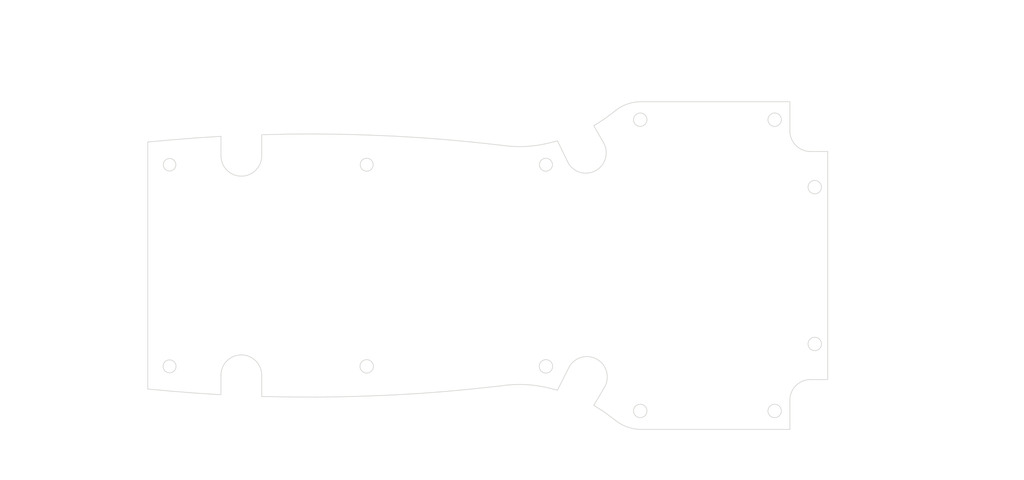
<source format=kicad_pcb>
(kicad_pcb (version 20190605) (host pcbnew "(5.99.0-29-gc3274e15f-dirty)")

  (general
    (thickness 1.6002)
    (drawings 80)
    (tracks 0)
    (modules 0)
    (nets 1)
  )

  (page "USLetter")
  (title_block
    (rev "1")
  )

  (layers
    (0 "Front" signal)
    (1 "In1.Cu" signal)
    (2 "In2.Cu" signal)
    (31 "Back" signal)
    (34 "B.Paste" user)
    (35 "F.Paste" user)
    (36 "B.SilkS" user)
    (37 "F.SilkS" user)
    (38 "B.Mask" user)
    (39 "F.Mask" user)
    (40 "Dwgs.User" user)
    (44 "Edge.Cuts" user)
    (45 "Margin" user)
    (46 "B.CrtYd" user)
    (47 "F.CrtYd" user)
    (49 "F.Fab" user)
  )

  (setup
    (last_trace_width 0.254)
    (user_trace_width 0.127)
    (user_trace_width 0.254)
    (user_trace_width 0.508)
    (user_trace_width 0.762)
    (trace_clearance 0.1524)
    (zone_clearance 0.508)
    (zone_45_only no)
    (trace_min 0.127)
    (via_size 0.6858)
    (via_drill 0.3302)
    (via_min_size 0.4572)
    (via_min_drill 0.254)
    (user_via 0.6858 0.3302)
    (user_via 0.889 0.381)
    (uvia_size 0.6858)
    (uvia_drill 0.3302)
    (uvias_allowed no)
    (uvia_min_size 0)
    (uvia_min_drill 0)
    (max_error 0.005)
    (defaults
      (edge_clearance 0.01)
      (edge_cuts_line_width 0.15)
      (courtyard_line_width 0.05)
      (copper_line_width 0.254)
      (copper_text_dims (size 1.524 1.524) (thickness 0.3048) keep_upright)
      (silk_line_width 0.127)
      (silk_text_dims (size 0.762 0.762) (thickness 0.127) keep_upright)
      (other_layers_line_width 0.1)
      (other_layers_text_dims (size 1 1) (thickness 0.15) keep_upright)
    )
    (pad_size 1.524 1.524)
    (pad_drill 0.762)
    (pad_to_mask_clearance 0)
    (solder_mask_min_width 0.1016)
    (aux_axis_origin 50 40)
    (visible_elements FFFFFF7F)
    (pcbplotparams
      (layerselection 0x010fc_ffffffff)
      (usegerberextensions false)
      (usegerberattributes false)
      (usegerberadvancedattributes false)
      (creategerberjobfile false)
      (excludeedgelayer true)
      (linewidth 0.152400)
      (plotframeref false)
      (viasonmask false)
      (mode 1)
      (useauxorigin false)
      (hpglpennumber 1)
      (hpglpenspeed 20)
      (hpglpendiameter 15.000000)
      (psnegative false)
      (psa4output false)
      (plotreference true)
      (plotvalue false)
      (plotinvisibletext false)
      (padsonsilk false)
      (subtractmaskfromsilk true)
      (outputformat 1)
      (mirror false)
      (drillshape 0)
      (scaleselection 1)
      (outputdirectory "./gerbers"))
  )

  (net 0 "")

  (net_class "Default" "This is the default net class."
    (clearance 0.1524)
    (trace_width 0.254)
    (via_dia 0.6858)
    (via_drill 0.3302)
    (uvia_dia 0.6858)
    (uvia_drill 0.3302)
    (diff_pair_width 0.1524)
    (diff_pair_gap 0.254)
  )

  (gr_text "1553TT" (at 214.65 121.4) (layer "Dwgs.User")
    (effects (font (size 2 2) (thickness 0.15)))
  )
  (dimension 45 (width 0.1) (layer "Dwgs.User")
    (gr_text "45.000 mm" (at 47.3 77.570737 90) (layer "Dwgs.User")
      (effects (font (size 1 1) (thickness 0.15)))
    )
    (feature1 (pts (xy 64.86484 55.070737) (xy 47.963579 55.070737)))
    (feature2 (pts (xy 64.86484 100.070737) (xy 47.963579 100.070737)))
    (crossbar (pts (xy 48.55 100.070737) (xy 48.55 55.070737)))
    (arrow1a (pts (xy 48.55 55.070737) (xy 49.136421 56.197241)))
    (arrow1b (pts (xy 48.55 55.070737) (xy 47.963579 56.197241)))
    (arrow2a (pts (xy 48.55 100.070737) (xy 49.136421 98.944233)))
    (arrow2b (pts (xy 48.55 100.070737) (xy 47.963579 98.944233)))
  )
  (dimension 73.128426 (width 0.1) (layer "Dwgs.User")
    (gr_text "73.128 mm" (at 254.153574 77.578433 89.98897465) (layer "Dwgs.User")
      (effects (font (size 1 1) (thickness 0.15)))
    )
    (feature1 (pts (xy 203.328912 41.004439) (xy 253.497031 41.014093)))
    (feature2 (pts (xy 203.31484 114.132864) (xy 253.482959 114.142518)))
    (crossbar (pts (xy 252.896538 114.142405) (xy 252.91061 41.01398)))
    (arrow1a (pts (xy 252.91061 41.01398) (xy 253.496814 42.140597)))
    (arrow1b (pts (xy 252.91061 41.01398) (xy 252.323973 42.140371)))
    (arrow2a (pts (xy 252.896538 114.142405) (xy 253.483175 113.016014)))
    (arrow2b (pts (xy 252.896538 114.142405) (xy 252.310334 113.015788)))
  )
  (dimension 44 (width 0.1) (layer "Dwgs.User")
    (gr_text "44.000 mm" (at 86.86484 126.02636) (layer "Dwgs.User")
      (effects (font (size 1 1) (thickness 0.15)))
    )
    (feature1 (pts (xy 108.86484 100.070737) (xy 108.86484 125.362781)))
    (feature2 (pts (xy 64.86484 100.070737) (xy 64.86484 125.362781)))
    (crossbar (pts (xy 64.86484 124.77636) (xy 108.86484 124.77636)))
    (arrow1a (pts (xy 108.86484 124.77636) (xy 107.738336 125.362781)))
    (arrow1b (pts (xy 108.86484 124.77636) (xy 107.738336 124.189939)))
    (arrow2a (pts (xy 64.86484 124.77636) (xy 65.991344 125.362781)))
    (arrow2b (pts (xy 64.86484 124.77636) (xy 65.991344 124.189939)))
  )
  (dimension 40 (width 0.1) (layer "Dwgs.User")
    (gr_text "40.000 mm" (at 128.86484 126.02636) (layer "Dwgs.User")
      (effects (font (size 1 1) (thickness 0.15)))
    )
    (feature1 (pts (xy 148.86484 100.070737) (xy 148.86484 125.362781)))
    (feature2 (pts (xy 108.86484 100.070737) (xy 108.86484 125.362781)))
    (crossbar (pts (xy 108.86484 124.77636) (xy 148.86484 124.77636)))
    (arrow1a (pts (xy 148.86484 124.77636) (xy 147.738336 125.362781)))
    (arrow1b (pts (xy 148.86484 124.77636) (xy 147.738336 124.189939)))
    (arrow2a (pts (xy 108.86484 124.77636) (xy 109.991344 125.362781)))
    (arrow2b (pts (xy 108.86484 124.77636) (xy 109.991344 124.189939)))
  )
  (dimension 21.05 (width 0.1) (layer "Dwgs.User")
    (gr_text "21.050 mm" (at 159.38984 126.02636) (layer "Dwgs.User")
      (effects (font (size 1 1) (thickness 0.15)))
    )
    (feature1 (pts (xy 169.91484 100.070737) (xy 169.91484 125.362781)))
    (feature2 (pts (xy 148.86484 100.070737) (xy 148.86484 125.362781)))
    (crossbar (pts (xy 148.86484 124.77636) (xy 169.91484 124.77636)))
    (arrow1a (pts (xy 169.91484 124.77636) (xy 168.788336 125.362781)))
    (arrow1b (pts (xy 169.91484 124.77636) (xy 168.788336 124.189939)))
    (arrow2a (pts (xy 148.86484 124.77636) (xy 149.991344 125.362781)))
    (arrow2b (pts (xy 148.86484 124.77636) (xy 149.991344 124.189939)))
  )
  (dimension 30 (width 0.1) (layer "Dwgs.User")
    (gr_text "30.000 mm" (at 184.91484 126.02636) (layer "Dwgs.User")
      (effects (font (size 1 1) (thickness 0.15)))
    )
    (feature1 (pts (xy 199.91484 110.020737) (xy 199.91484 125.362781)))
    (feature2 (pts (xy 169.91484 110.020737) (xy 169.91484 125.362781)))
    (crossbar (pts (xy 169.91484 124.77636) (xy 199.91484 124.77636)))
    (arrow1a (pts (xy 199.91484 124.77636) (xy 198.788336 125.362781)))
    (arrow1b (pts (xy 199.91484 124.77636) (xy 198.788336 124.189939)))
    (arrow2a (pts (xy 169.91484 124.77636) (xy 171.041344 125.362781)))
    (arrow2b (pts (xy 169.91484 124.77636) (xy 171.041344 124.189939)))
  )
  (dimension 35 (width 0.1) (layer "Dwgs.User")
    (gr_text "35.000 mm" (at 226.358434 77.570737 90) (layer "Dwgs.User")
      (effects (font (size 1 1) (thickness 0.15)))
    )
    (feature1 (pts (xy 208.86484 60.070737) (xy 225.694855 60.070737)))
    (feature2 (pts (xy 208.86484 95.070737) (xy 225.694855 95.070737)))
    (crossbar (pts (xy 225.108434 95.070737) (xy 225.108434 60.070737)))
    (arrow1a (pts (xy 225.108434 60.070737) (xy 225.694855 61.197241)))
    (arrow1b (pts (xy 225.108434 60.070737) (xy 224.522013 61.197241)))
    (arrow2a (pts (xy 225.108434 95.070737) (xy 225.694855 93.944233)))
    (arrow2b (pts (xy 225.108434 95.070737) (xy 224.522013 93.944233)))
  )
  (dimension 65 (width 0.1) (layer "Dwgs.User")
    (gr_text "65.000 mm" (at 245.458434 77.520737 90) (layer "Dwgs.User")
      (effects (font (size 1 1) (thickness 0.15)))
    )
    (feature1 (pts (xy 199.91484 45.020737) (xy 244.794855 45.020737)))
    (feature2 (pts (xy 199.91484 110.020737) (xy 244.794855 110.020737)))
    (crossbar (pts (xy 244.208434 110.020737) (xy 244.208434 45.020737)))
    (arrow1a (pts (xy 244.208434 45.020737) (xy 244.794855 46.147241)))
    (arrow1b (pts (xy 244.208434 45.020737) (xy 243.622013 46.147241)))
    (arrow2a (pts (xy 244.208434 110.020737) (xy 244.794855 108.894233)))
    (arrow2b (pts (xy 244.208434 110.020737) (xy 243.622013 108.894233)))
  )
  (dimension 50.904159 (width 0.1) (layer "Dwgs.User")
    (gr_text "50.904 mm" (at 236.487175 77.568676 89.99995723) (layer "Dwgs.User")
      (effects (font (size 1 1) (thickness 0.15)))
    )
    (feature1 (pts (xy 211.760017 52.116578) (xy 235.823615 52.116596)))
    (feature2 (pts (xy 211.759979 103.020737) (xy 235.823577 103.020755)))
    (crossbar (pts (xy 235.237156 103.020755) (xy 235.237194 52.116596)))
    (arrow1a (pts (xy 235.237194 52.116596) (xy 235.823614 53.2431)))
    (arrow1b (pts (xy 235.237194 52.116596) (xy 234.650772 53.243099)))
    (arrow2a (pts (xy 235.237156 103.020755) (xy 235.823578 101.894252)))
    (arrow2b (pts (xy 235.237156 103.020755) (xy 234.650736 101.894251)))
  )
  (dimension 55.137341 (width 0.1) (layer "Dwgs.User")
    (gr_text "55.137 mm" (at 30.733775 77.56866 89.99998026) (layer "Dwgs.User")
      (effects (font (size 1 1) (thickness 0.15)))
    )
    (feature1 (pts (xy 59.999981 105.137341) (xy 31.397345 105.137331)))
    (feature2 (pts (xy 60 50) (xy 31.397364 49.99999)))
    (crossbar (pts (xy 31.983785 49.99999) (xy 31.983766 105.137331)))
    (arrow1a (pts (xy 31.983766 105.137331) (xy 31.397346 104.010827)))
    (arrow1b (pts (xy 31.983766 105.137331) (xy 32.570187 104.010827)))
    (arrow2a (pts (xy 31.983785 49.99999) (xy 31.397364 51.126494)))
    (arrow2b (pts (xy 31.983785 49.99999) (xy 32.570205 51.126494)))
  )
  (dimension 151.759992 (width 0.1) (layer "Dwgs.User")
    (gr_text "151.760 mm" (at 135.879996 19.052232) (layer "Dwgs.User")
      (effects (font (size 1 1) (thickness 0.15)))
    )
    (feature1 (pts (xy 211.759992 50) (xy 211.759992 19.715811)))
    (feature2 (pts (xy 60 50) (xy 60 19.715811)))
    (crossbar (pts (xy 60 20.302232) (xy 211.759992 20.302232)))
    (arrow1a (pts (xy 211.759992 20.302232) (xy 210.633488 20.888653)))
    (arrow1b (pts (xy 211.759992 20.302232) (xy 210.633488 19.715811)))
    (arrow2a (pts (xy 60 20.302232) (xy 61.126504 20.888653)))
    (arrow2b (pts (xy 60 20.302232) (xy 61.126504 19.715811)))
  )
  (gr_line (start 132.916743 105.066785) (end 138.858929 104.423748) (layer "Edge.Cuts") (width 0.15) (tstamp 5D6DC3E7))
  (gr_arc (start 142.961249 131.40018) (end 149.708422 104.960956) (angle -22.96282458) (layer "Edge.Cuts") (width 0.15) (tstamp 5D6DC3E6))
  (gr_arc (start 142.96126 23.737136) (end 149.708433 50.17636) (angle 22.96282458) (layer "Edge.Cuts") (width 0.15))
  (gr_line (start 161.984692 110.322998) (end 164.251565 112.02269) (layer "Edge.Cuts") (width 0.15) (tstamp 5D6DC383))
  (gr_arc (start 170.104336 104.969049) (end 169.921937 114.132864) (angle 38.54397172) (layer "Edge.Cuts") (width 0.15) (tstamp 5D6DC382))
  (gr_arc (start 170.104348 50.168255) (end 169.921949 41.00444) (angle -38.54397172) (layer "Edge.Cuts") (width 0.15))
  (gr_line (start 161.984704 44.814306) (end 164.251577 43.114614) (layer "Edge.Cuts") (width 0.15))
  (gr_arc (start 207.914878 47.516578) (end 207.914878 52.116578) (angle 90) (layer "Edge.Cuts") (width 0.15) (tstamp 5D6DC342))
  (gr_arc (start 80.884422 102.068262) (end 85.434422 102.068264) (angle -180) (layer "Edge.Cuts") (width 0.15) (tstamp 5D6DC330))
  (gr_arc (start 80.884425 53.069041) (end 85.434425 53.069039) (angle 180) (layer "Edge.Cuts") (width 0.15) (tstamp 5D6DC321))
  (gr_arc (start 157.773315 52.411108) (end 161.631933 49.999974) (angle 180) (layer "Edge.Cuts") (width 0.15) (tstamp 5D6DC31E))
  (gr_circle (center 64.86484 100.070737) (end 66.31484 100.020737) (layer "Edge.Cuts") (width 0.15) (tstamp 5D6DC30B))
  (gr_circle (center 64.86484 55.070737) (end 66.26484 55.020737) (layer "Edge.Cuts") (width 0.15) (tstamp 5D6DC30A))
  (gr_circle (center 108.86484 55.070737) (end 110.31484 55.070737) (layer "Edge.Cuts") (width 0.15) (tstamp 5D6DC305))
  (gr_circle (center 108.86484 100.070737) (end 110.36484 100.070737) (layer "Edge.Cuts") (width 0.15) (tstamp 5D6DC304))
  (gr_circle (center 148.86484 55.070737) (end 150.31484 55.070737) (layer "Edge.Cuts") (width 0.15) (tstamp 5D6DC300))
  (gr_circle (center 148.86484 100.070737) (end 150.36484 100.070737) (layer "Edge.Cuts") (width 0.15) (tstamp 5D6DC2FE))
  (gr_circle (center 208.86484 60.070737) (end 210.36484 60.070737) (layer "Edge.Cuts") (width 0.15) (tstamp 5D6DC2F9))
  (gr_circle (center 208.86484 95.070737) (end 210.36484 95.070737) (layer "Edge.Cuts") (width 0.15) (tstamp 5D6DC2F7))
  (gr_circle (center 169.91484 110.020737) (end 171.41484 110.020737) (layer "Edge.Cuts") (width 0.15) (tstamp 5D6DC2EE))
  (gr_circle (center 169.91484 45.020737) (end 171.41484 45.020737) (layer "Edge.Cuts") (width 0.15) (tstamp 5D6DC2ED))
  (gr_circle (center 199.91484 45.020737) (end 201.41484 45.020737) (layer "Edge.Cuts") (width 0.15) (tstamp 5D6DC2E0))
  (gr_circle (center 199.91484 110.020737) (end 201.41484 110.020737) (layer "Edge.Cuts") (width 0.15))
  (gr_arc (start 207.91484 107.620737) (end 207.91484 103.020737) (angle -90) (layer "Edge.Cuts") (width 0.15))
  (gr_arc (start 158.011894 102.433349) (end 161.870512 104.844483) (angle -180) (layer "Edge.Cuts") (width 0.15))
  (gr_line (start 159.550626 46.366481) (end 161.984704 44.814306) (layer "Edge.Cuts") (width 0.15))
  (gr_line (start 161.631933 49.999974) (end 159.550626 46.366481) (layer "Edge.Cuts") (width 0.15))
  (gr_line (start 126.990271 105.631201) (end 132.916743 105.066785) (layer "Edge.Cuts") (width 0.15))
  (gr_line (start 207.914878 52.116578) (end 211.760017 52.116578) (layer "Edge.Cuts") (width 0.15))
  (gr_line (start 151.436969 105.384271) (end 154.153275 100.022217) (layer "Edge.Cuts") (width 0.15))
  (gr_line (start 109.210858 106.689491) (end 115.137329 106.442561) (layer "Edge.Cuts") (width 0.15))
  (gr_line (start 149.708422 104.960956) (end 151.436969 105.384271) (layer "Edge.Cuts") (width 0.15))
  (gr_line (start 203.314878 41.004439) (end 203.314878 47.516578) (layer "Edge.Cuts") (width 0.15))
  (gr_line (start 169.92195 41.004439) (end 203.314878 41.004439) (layer "Edge.Cuts") (width 0.15))
  (gr_line (start 59.999981 105.137341) (end 65.467858 105.631227) (layer "Edge.Cuts") (width 0.15))
  (gr_line (start 207.91484 103.020737) (end 211.759979 103.020737) (layer "Edge.Cuts") (width 0.15))
  (gr_line (start 159.550614 108.770822) (end 161.984692 110.322998) (layer "Edge.Cuts") (width 0.15))
  (gr_line (start 115.137336 48.694742) (end 121.063806 49.047501) (layer "Edge.Cuts") (width 0.15))
  (gr_line (start 126.990284 49.506102) (end 132.916754 50.070531) (layer "Edge.Cuts") (width 0.15))
  (gr_line (start 121.063806 49.047501) (end 126.990284 49.506102) (layer "Edge.Cuts") (width 0.15))
  (gr_line (start 132.916754 50.070531) (end 138.85894 50.713568) (layer "Edge.Cuts") (width 0.15))
  (gr_line (start 76.333054 106.407289) (end 76.334422 102.06826) (layer "Edge.Cuts") (width 0.15))
  (gr_line (start 103.249109 106.865876) (end 109.210858 106.689491) (layer "Edge.Cuts") (width 0.15))
  (gr_line (start 97.322638 106.936446) (end 103.249109 106.865876) (layer "Edge.Cuts") (width 0.15))
  (gr_line (start 60 105.137341) (end 60 50) (layer "Edge.Cuts") (width 0.15))
  (gr_line (start 211.759992 103.020737) (end 211.759992 52.116578) (layer "Edge.Cuts") (width 0.15))
  (gr_line (start 85.434422 106.795332) (end 91.360889 106.901174) (layer "Edge.Cuts") (width 0.15))
  (gr_line (start 85.434422 102.068264) (end 85.434422 106.795332) (layer "Edge.Cuts") (width 0.15))
  (gr_line (start 70.865197 49.082799) (end 76.334425 48.73004) (layer "Edge.Cuts") (width 0.15))
  (gr_line (start 109.210858 48.4478) (end 115.137336 48.694742) (layer "Edge.Cuts") (width 0.15))
  (gr_line (start 103.249116 48.271414) (end 109.210858 48.4478) (layer "Edge.Cuts") (width 0.15))
  (gr_line (start 97.322645 48.20087) (end 103.249116 48.271414) (layer "Edge.Cuts") (width 0.15))
  (gr_line (start 169.921937 114.132864) (end 203.31484 114.132864) (layer "Edge.Cuts") (width 0.15))
  (gr_line (start 85.434425 53.069039) (end 85.434425 48.377256) (layer "Edge.Cuts") (width 0.15))
  (gr_line (start 65.467877 49.506114) (end 70.865197 49.082799) (layer "Edge.Cuts") (width 0.15))
  (gr_line (start 60 50) (end 65.467877 49.506114) (layer "Edge.Cuts") (width 0.15))
  (gr_line (start 151.436982 49.753032) (end 153.914697 54.822242) (layer "Edge.Cuts") (width 0.15))
  (gr_line (start 149.708434 50.17636) (end 151.436982 49.753032) (layer "Edge.Cuts") (width 0.15))
  (gr_line (start 161.870512 104.844483) (end 159.550614 108.770822) (layer "Edge.Cuts") (width 0.15))
  (gr_line (start 91.360889 106.901174) (end 97.322638 106.936446) (layer "Edge.Cuts") (width 0.15))
  (gr_line (start 76.334425 48.73004) (end 76.334425 53.069043) (layer "Edge.Cuts") (width 0.15))
  (gr_line (start 70.865178 106.054542) (end 76.333054 106.407289) (layer "Edge.Cuts") (width 0.15))
  (gr_line (start 203.31484 114.132864) (end 203.31484 107.620737) (layer "Edge.Cuts") (width 0.15))
  (gr_line (start 121.0638 106.089789) (end 126.990271 105.631201) (layer "Edge.Cuts") (width 0.15))
  (gr_line (start 115.137329 106.442561) (end 121.0638 106.089789) (layer "Edge.Cuts") (width 0.15))
  (gr_line (start 91.360896 48.236142) (end 97.322645 48.20087) (layer "Edge.Cuts") (width 0.15))
  (gr_line (start 85.434425 48.377256) (end 91.360896 48.236142) (layer "Edge.Cuts") (width 0.15))
  (gr_line (start 65.467858 105.631227) (end 70.865178 106.054542) (layer "Edge.Cuts") (width 0.15))

)

</source>
